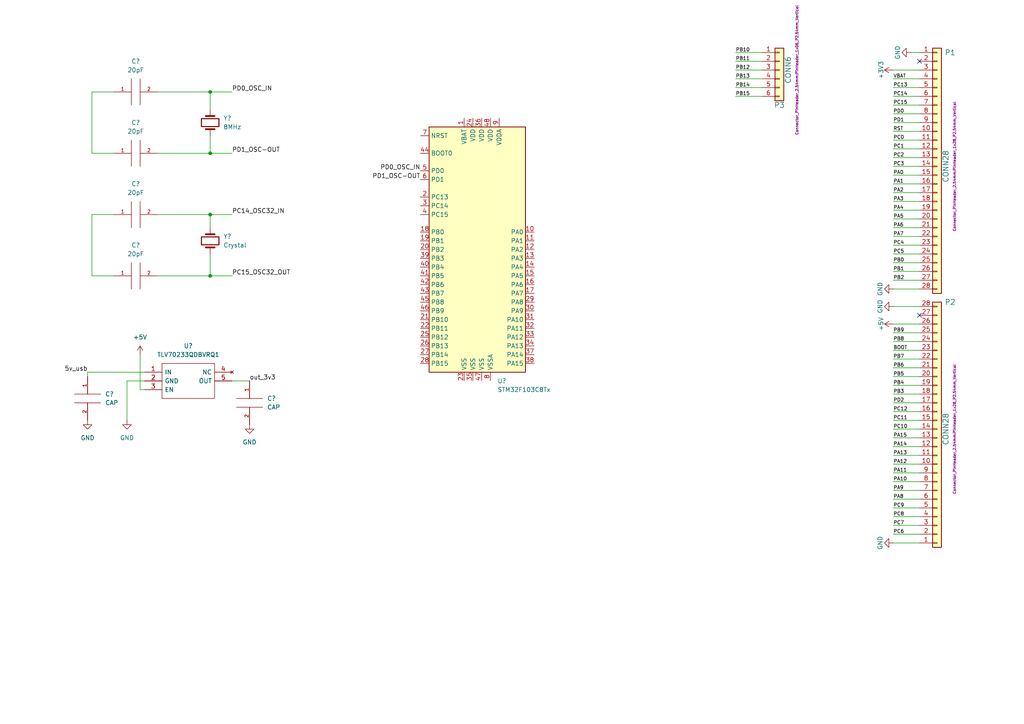
<source format=kicad_sch>
(kicad_sch (version 20211123) (generator eeschema)
  (paper "A4")
  (title_block (title "STM32 Value Line Discovery - Shiled board") (date "20 oct 2012") (rev "1.0"))
  (lib_symbols
    (symbol "Connector_Generic:Conn_01x06" (pin_names (offset 1.016) hide)
      (property "Reference" "J" (at 0 7.62 0))
      (property "Value" "Conn_01x06" (at 0 -10.16 0))
      (symbol "Conn_01x06_1_1"
        (rectangle (start -1.27 -7.493) (end 0 -7.747) (stroke (width 0.1524)))
        (rectangle (start -1.27 -4.953) (end 0 -5.207) (stroke (width 0.1524)))
        (rectangle (start -1.27 -2.413) (end 0 -2.667) (stroke (width 0.1524)))
        (rectangle (start -1.27 0.127) (end 0 -0.127) (stroke (width 0.1524)))
        (rectangle (start -1.27 2.667) (end 0 2.413) (stroke (width 0.1524)))
        (rectangle (start -1.27 5.207) (end 0 4.953) (stroke (width 0.1524)))
        (rectangle (start -1.27 6.35) (end 1.27 -8.89) (stroke (width 0.254)) (fill (type background)))
        (pin passive line (at -5.08 5.08 0) (length 3.81) (name "Pin_1") (number "1"))
        (pin passive line (at -5.08 2.54 0) (length 3.81) (name "Pin_2") (number "2"))
        (pin passive line (at -5.08 0 0) (length 3.81) (name "Pin_3") (number "3"))
        (pin passive line (at -5.08 -2.54 0) (length 3.81) (name "Pin_4") (number "4"))
        (pin passive line (at -5.08 -5.08 0) (length 3.81) (name "Pin_5") (number "5"))
        (pin passive line (at -5.08 -7.62 0) (length 3.81) (name "Pin_6") (number "6"))
      )
    )
    (symbol "Connector_Generic:Conn_01x28" (pin_names (offset 1.016) hide)
      (property "Reference" "J" (at 0 35.56 0))
      (property "Value" "Conn_01x28" (at 0 -38.1 0))
      (symbol "Conn_01x28_1_1"
        (rectangle (start -1.27 -35.433) (end 0 -35.687) (stroke (width 0.1524)))
        (rectangle (start -1.27 -32.893) (end 0 -33.147) (stroke (width 0.1524)))
        (rectangle (start -1.27 -30.353) (end 0 -30.607) (stroke (width 0.1524)))
        (rectangle (start -1.27 -27.813) (end 0 -28.067) (stroke (width 0.1524)))
        (rectangle (start -1.27 -25.273) (end 0 -25.527) (stroke (width 0.1524)))
        (rectangle (start -1.27 -22.733) (end 0 -22.987) (stroke (width 0.1524)))
        (rectangle (start -1.27 -20.193) (end 0 -20.447) (stroke (width 0.1524)))
        (rectangle (start -1.27 -17.653) (end 0 -17.907) (stroke (width 0.1524)))
        (rectangle (start -1.27 -15.113) (end 0 -15.367) (stroke (width 0.1524)))
        (rectangle (start -1.27 -12.573) (end 0 -12.827) (stroke (width 0.1524)))
        (rectangle (start -1.27 -10.033) (end 0 -10.287) (stroke (width 0.1524)))
        (rectangle (start -1.27 -7.493) (end 0 -7.747) (stroke (width 0.1524)))
        (rectangle (start -1.27 -4.953) (end 0 -5.207) (stroke (width 0.1524)))
        (rectangle (start -1.27 -2.413) (end 0 -2.667) (stroke (width 0.1524)))
        (rectangle (start -1.27 0.127) (end 0 -0.127) (stroke (width 0.1524)))
        (rectangle (start -1.27 2.667) (end 0 2.413) (stroke (width 0.1524)))
        (rectangle (start -1.27 5.207) (end 0 4.953) (stroke (width 0.1524)))
        (rectangle (start -1.27 7.747) (end 0 7.493) (stroke (width 0.1524)))
        (rectangle (start -1.27 10.287) (end 0 10.033) (stroke (width 0.1524)))
        (rectangle (start -1.27 12.827) (end 0 12.573) (stroke (width 0.1524)))
        (rectangle (start -1.27 15.367) (end 0 15.113) (stroke (width 0.1524)))
        (rectangle (start -1.27 17.907) (end 0 17.653) (stroke (width 0.1524)))
        (rectangle (start -1.27 20.447) (end 0 20.193) (stroke (width 0.1524)))
        (rectangle (start -1.27 22.987) (end 0 22.733) (stroke (width 0.1524)))
        (rectangle (start -1.27 25.527) (end 0 25.273) (stroke (width 0.1524)))
        (rectangle (start -1.27 28.067) (end 0 27.813) (stroke (width 0.1524)))
        (rectangle (start -1.27 30.607) (end 0 30.353) (stroke (width 0.1524)))
        (rectangle (start -1.27 33.147) (end 0 32.893) (stroke (width 0.1524)))
        (rectangle (start -1.27 34.29) (end 1.27 -36.83) (stroke (width 0.254)) (fill (type background)))
        (pin passive line (at -5.08 33.02 0) (length 3.81) (name "Pin_1") (number "1"))
        (pin passive line (at -5.08 10.16 0) (length 3.81) (name "Pin_10") (number "10"))
        (pin passive line (at -5.08 7.62 0) (length 3.81) (name "Pin_11") (number "11"))
        (pin passive line (at -5.08 5.08 0) (length 3.81) (name "Pin_12") (number "12"))
        (pin passive line (at -5.08 2.54 0) (length 3.81) (name "Pin_13") (number "13"))
        (pin passive line (at -5.08 0 0) (length 3.81) (name "Pin_14") (number "14"))
        (pin passive line (at -5.08 -2.54 0) (length 3.81) (name "Pin_15") (number "15"))
        (pin passive line (at -5.08 -5.08 0) (length 3.81) (name "Pin_16") (number "16"))
        (pin passive line (at -5.08 -7.62 0) (length 3.81) (name "Pin_17") (number "17"))
        (pin passive line (at -5.08 -10.16 0) (length 3.81) (name "Pin_18") (number "18"))
        (pin passive line (at -5.08 -12.7 0) (length 3.81) (name "Pin_19") (number "19"))
        (pin passive line (at -5.08 30.48 0) (length 3.81) (name "Pin_2") (number "2"))
        (pin passive line (at -5.08 -15.24 0) (length 3.81) (name "Pin_20") (number "20"))
        (pin passive line (at -5.08 -17.78 0) (length 3.81) (name "Pin_21") (number "21"))
        (pin passive line (at -5.08 -20.32 0) (length 3.81) (name "Pin_22") (number "22"))
        (pin passive line (at -5.08 -22.86 0) (length 3.81) (name "Pin_23") (number "23"))
        (pin passive line (at -5.08 -25.4 0) (length 3.81) (name "Pin_24") (number "24"))
        (pin passive line (at -5.08 -27.94 0) (length 3.81) (name "Pin_25") (number "25"))
        (pin passive line (at -5.08 -30.48 0) (length 3.81) (name "Pin_26") (number "26"))
        (pin passive line (at -5.08 -33.02 0) (length 3.81) (name "Pin_27") (number "27"))
        (pin passive line (at -5.08 -35.56 0) (length 3.81) (name "Pin_28") (number "28"))
        (pin passive line (at -5.08 27.94 0) (length 3.81) (name "Pin_3") (number "3"))
        (pin passive line (at -5.08 25.4 0) (length 3.81) (name "Pin_4") (number "4"))
        (pin passive line (at -5.08 22.86 0) (length 3.81) (name "Pin_5") (number "5"))
        (pin passive line (at -5.08 20.32 0) (length 3.81) (name "Pin_6") (number "6"))
        (pin passive line (at -5.08 17.78 0) (length 3.81) (name "Pin_7") (number "7"))
        (pin passive line (at -5.08 15.24 0) (length 3.81) (name "Pin_8") (number "8"))
        (pin passive line (at -5.08 12.7 0) (length 3.81) (name "Pin_9") (number "9"))
      )
    )
    (symbol "Device:Crystal" (pin_numbers hide) (pin_names (offset 1.016) hide)
      (property "Reference" "Y" (at 0 3.81 0))
      (property "Value" "Crystal" (at 0 -3.81 0))
      (symbol "Crystal_0_1"
        (rectangle (start -1.143 2.54) (end 1.143 -2.54) (stroke (width 0.3048)))
        (polyline (pts (xy -2.54 0) (xy -1.905 0)))
        (polyline (pts (xy -1.905 -1.27) (xy -1.905 1.27)) (stroke (width 0.508)))
        (polyline (pts (xy 1.905 -1.27) (xy 1.905 1.27)) (stroke (width 0.508)))
        (polyline (pts (xy 2.54 0) (xy 1.905 0)))
      )
      (symbol "Crystal_1_1"
        (pin passive line (at -3.81 0 0) (length 1.27) (name "1") (number "1"))
        (pin passive line (at 3.81 0 180) (length 1.27) (name "2") (number "2"))
      )
    )
    (symbol "MCU_ST_STM32F1:STM32F103C8Tx"
      (property "Reference" "U" (at -15.24 36.83 0))
      (property "Value" "STM32F103C8Tx" (at 7.62 36.83 0))
      (symbol "STM32F103C8Tx_0_1"
        (rectangle (start -15.24 -35.56) (end 12.7 35.56) (stroke (width 0.254)) (fill (type background)))
      )
      (symbol "STM32F103C8Tx_1_1"
        (pin power_in line (at -5.08 38.1 270) (length 2.54) (name "VBAT") (number "1"))
        (pin bidirectional line (at 15.24 5.08 180) (length 2.54) (name "PA0") (number "10"))
        (pin bidirectional line (at 15.24 2.54 180) (length 2.54) (name "PA1") (number "11"))
        (pin bidirectional line (at 15.24 0 180) (length 2.54) (name "PA2") (number "12"))
        (pin bidirectional line (at 15.24 -2.54 180) (length 2.54) (name "PA3") (number "13"))
        (pin bidirectional line (at 15.24 -5.08 180) (length 2.54) (name "PA4") (number "14"))
        (pin bidirectional line (at 15.24 -7.62 180) (length 2.54) (name "PA5") (number "15"))
        (pin bidirectional line (at 15.24 -10.16 180) (length 2.54) (name "PA6") (number "16"))
        (pin bidirectional line (at 15.24 -12.7 180) (length 2.54) (name "PA7") (number "17"))
        (pin bidirectional line (at -17.78 5.08 0) (length 2.54) (name "PB0") (number "18"))
        (pin bidirectional line (at -17.78 2.54 0) (length 2.54) (name "PB1") (number "19"))
        (pin bidirectional line (at -17.78 15.24 0) (length 2.54) (name "PC13") (number "2"))
        (pin bidirectional line (at -17.78 0 0) (length 2.54) (name "PB2") (number "20"))
        (pin bidirectional line (at -17.78 -20.32 0) (length 2.54) (name "PB10") (number "21"))
        (pin bidirectional line (at -17.78 -22.86 0) (length 2.54) (name "PB11") (number "22"))
        (pin power_in line (at -5.08 -38.1 90) (length 2.54) (name "VSS") (number "23"))
        (pin power_in line (at -2.54 38.1 270) (length 2.54) (name "VDD") (number "24"))
        (pin bidirectional line (at -17.78 -25.4 0) (length 2.54) (name "PB12") (number "25"))
        (pin bidirectional line (at -17.78 -27.94 0) (length 2.54) (name "PB13") (number "26"))
        (pin bidirectional line (at -17.78 -30.48 0) (length 2.54) (name "PB14") (number "27"))
        (pin bidirectional line (at -17.78 -33.02 0) (length 2.54) (name "PB15") (number "28"))
        (pin bidirectional line (at 15.24 -15.24 180) (length 2.54) (name "PA8") (number "29"))
        (pin bidirectional line (at -17.78 12.7 0) (length 2.54) (name "PC14") (number "3"))
        (pin bidirectional line (at 15.24 -17.78 180) (length 2.54) (name "PA9") (number "30"))
        (pin bidirectional line (at 15.24 -20.32 180) (length 2.54) (name "PA10") (number "31"))
        (pin bidirectional line (at 15.24 -22.86 180) (length 2.54) (name "PA11") (number "32"))
        (pin bidirectional line (at 15.24 -25.4 180) (length 2.54) (name "PA12") (number "33"))
        (pin bidirectional line (at 15.24 -27.94 180) (length 2.54) (name "PA13") (number "34"))
        (pin power_in line (at -2.54 -38.1 90) (length 2.54) (name "VSS") (number "35"))
        (pin power_in line (at 0 38.1 270) (length 2.54) (name "VDD") (number "36"))
        (pin bidirectional line (at 15.24 -30.48 180) (length 2.54) (name "PA14") (number "37"))
        (pin bidirectional line (at 15.24 -33.02 180) (length 2.54) (name "PA15") (number "38"))
        (pin bidirectional line (at -17.78 -2.54 0) (length 2.54) (name "PB3") (number "39"))
        (pin bidirectional line (at -17.78 10.16 0) (length 2.54) (name "PC15") (number "4"))
        (pin bidirectional line (at -17.78 -5.08 0) (length 2.54) (name "PB4") (number "40"))
        (pin bidirectional line (at -17.78 -7.62 0) (length 2.54) (name "PB5") (number "41"))
        (pin bidirectional line (at -17.78 -10.16 0) (length 2.54) (name "PB6") (number "42"))
        (pin bidirectional line (at -17.78 -12.7 0) (length 2.54) (name "PB7") (number "43"))
        (pin input line (at -17.78 27.94 0) (length 2.54) (name "BOOT0") (number "44"))
        (pin bidirectional line (at -17.78 -15.24 0) (length 2.54) (name "PB8") (number "45"))
        (pin bidirectional line (at -17.78 -17.78 0) (length 2.54) (name "PB9") (number "46"))
        (pin power_in line (at 0 -38.1 90) (length 2.54) (name "VSS") (number "47"))
        (pin power_in line (at 2.54 38.1 270) (length 2.54) (name "VDD") (number "48"))
        (pin input line (at -17.78 22.86 0) (length 2.54) (name "PD0") (number "5"))
        (pin input line (at -17.78 20.32 0) (length 2.54) (name "PD1") (number "6"))
        (pin input line (at -17.78 33.02 0) (length 2.54) (name "NRST") (number "7"))
        (pin power_in line (at 2.54 -38.1 90) (length 2.54) (name "VSSA") (number "8"))
        (pin power_in line (at 5.08 38.1 270) (length 2.54) (name "VDDA") (number "9"))
      )
    )
    (symbol "TLV70233QDBVRQ1:TLV70233QDBVRQ1" (pin_names (offset 0.762))
      (property "Reference" "U" (at 21.59 7.62 0))
      (property "Value" "TLV70233QDBVRQ1" (at 21.59 5.08 0))
      (symbol "TLV70233QDBVRQ1_0_0"
        (pin passive line (at 0 0 0) (length 5.08) (name "IN") (number "1"))
        (pin passive line (at 0 -2.54 0) (length 5.08) (name "GND") (number "2"))
        (pin passive line (at 0 -5.08 0) (length 5.08) (name "EN") (number "3"))
        (pin no_connect line (at 25.4 0 180) (length 5.08) (name "NC") (number "4"))
        (pin passive line (at 25.4 -2.54 180) (length 5.08) (name "OUT") (number "5"))
      )
      (symbol "TLV70233QDBVRQ1_0_1"
        (polyline (pts (xy 5.08 2.54) (xy 20.32 2.54) (xy 20.32 -7.62) (xy 5.08 -7.62) (xy 5.08 2.54)) (stroke (width 0.1524)))
      )
    )
    (symbol "power:+3.3V" (power) (pin_names (offset 0))
      (property "Value" "+3.3V" (at 0 3.556 0))
      (symbol "+3.3V_0_1"
        (polyline (pts (xy -0.762 1.27) (xy 0 2.54)))
        (polyline (pts (xy 0 0) (xy 0 2.54)))
        (polyline (pts (xy 0 2.54) (xy 0.762 1.27)))
      )
      (symbol "+3.3V_1_1"
        (pin power_in line (at 0 0 90) (length 0) hide (name "+3V3") (number "1"))
      )
    )
    (symbol "power:+5V" (power) (pin_names (offset 0))
      (property "Value" "+5V" (at 0 3.556 0))
      (symbol "+5V_0_1"
        (polyline (pts (xy -0.762 1.27) (xy 0 2.54)))
        (polyline (pts (xy 0 0) (xy 0 2.54)))
        (polyline (pts (xy 0 2.54) (xy 0.762 1.27)))
      )
      (symbol "+5V_1_1"
        (pin power_in line (at 0 0 90) (length 0) hide (name "+5V") (number "1"))
      )
    )
    (symbol "power:GND" (power) (pin_names (offset 0))
      (property "Value" "GND" (at 0 -3.81 0))
      (symbol "GND_0_1"
        (polyline (pts (xy 0 0) (xy 0 -1.27) (xy 1.27 -1.27) (xy 0 -2.54) (xy -1.27 -1.27) (xy 0 -1.27)))
      )
      (symbol "GND_1_1"
        (pin power_in line (at 0 0 270) (length 0) hide (name "GND") (number "1"))
      )
    )
    (symbol "pspice:CAP" (pin_names (offset 0.254))
      (property "Reference" "C" (at 2.54 3.81 90))
      (property "Value" "CAP" (at 2.54 -3.81 90))
      (symbol "CAP_0_1"
        (polyline (pts (xy -3.81 -1.27) (xy 3.81 -1.27)))
        (polyline (pts (xy -3.81 1.27) (xy 3.81 1.27)))
      )
      (symbol "CAP_1_1"
        (pin passive line (at 0 6.35 270) (length 5.08) (name "~") (number "1"))
        (pin passive line (at 0 -6.35 90) (length 5.08) (name "~") (number "2"))
      )
    )
  )
  (junction (at 60.96 80.01))
  (junction (at 60.96 44.45))
  (junction (at 60.96 62.23))
  (junction (at 60.96 26.67))
  (no_connect (at 266.7 91.44))
  (no_connect (at 266.7 17.78))
  (wire (pts (xy 40.64 102.87) (xy 40.64 113.03)))
  (wire (pts (xy 266.7 93.98) (xy 259.08 93.98)))
  (wire (pts (xy 266.7 149.86) (xy 259.08 149.86)))
  (wire (pts (xy 266.7 106.68) (xy 259.08 106.68)))
  (wire (pts (xy 266.7 63.5) (xy 259.08 63.5)))
  (wire (pts (xy 266.7 40.64) (xy 259.08 40.64)))
  (wire (pts (xy 266.7 137.16) (xy 259.08 137.16)))
  (wire (pts (xy 220.98 25.4) (xy 213.36 25.4)))
  (wire (pts (xy 60.96 80.01) (xy 67.31 80.01)))
  (wire (pts (xy 266.7 99.06) (xy 259.08 99.06)))
  (wire (pts (xy 266.7 78.74) (xy 259.08 78.74)))
  (wire (pts (xy 266.7 20.32) (xy 259.08 20.32)))
  (wire (pts (xy 266.7 48.26) (xy 259.08 48.26)))
  (wire (pts (xy 266.7 66.04) (xy 259.08 66.04)))
  (wire (pts (xy 266.7 27.94) (xy 259.08 27.94)))
  (wire (pts (xy 26.67 44.45) (xy 33.02 44.45)))
  (wire (pts (xy 266.7 71.12) (xy 259.08 71.12)))
  (wire (pts (xy 45.72 62.23) (xy 60.96 62.23)))
  (wire (pts (xy 266.7 157.48) (xy 259.08 157.48)))
  (wire (pts (xy 220.98 27.94) (xy 213.36 27.94)))
  (wire (pts (xy 266.7 58.42) (xy 259.08 58.42)))
  (wire (pts (xy 266.7 43.18) (xy 259.08 43.18)))
  (wire (pts (xy 220.98 15.24) (xy 213.36 15.24)))
  (wire (pts (xy 266.7 132.08) (xy 259.08 132.08)))
  (wire (pts (xy 266.7 114.3) (xy 259.08 114.3)))
  (wire (pts (xy 266.7 124.46) (xy 259.08 124.46)))
  (wire (pts (xy 266.7 104.14) (xy 259.08 104.14)))
  (wire (pts (xy 266.7 116.84) (xy 259.08 116.84)))
  (wire (pts (xy 266.7 83.82) (xy 259.08 83.82)))
  (wire (pts (xy 266.7 25.4) (xy 259.08 25.4)))
  (wire (pts (xy 266.7 15.24) (xy 264.16 15.24)))
  (wire (pts (xy 60.96 44.45) (xy 67.31 44.45)))
  (wire (pts (xy 25.4 107.95) (xy 25.4 109.22)))
  (wire (pts (xy 266.7 35.56) (xy 259.08 35.56)))
  (wire (pts (xy 220.98 17.78) (xy 213.36 17.78)))
  (wire (pts (xy 266.7 81.28) (xy 259.08 81.28)))
  (wire (pts (xy 41.91 113.03) (xy 40.64 113.03)))
  (wire (pts (xy 45.72 44.45) (xy 60.96 44.45)))
  (wire (pts (xy 41.91 110.49) (xy 36.83 110.49)))
  (wire (pts (xy 26.67 80.01) (xy 26.67 62.23)))
  (wire (pts (xy 266.7 45.72) (xy 259.08 45.72)))
  (wire (pts (xy 266.7 33.02) (xy 259.08 33.02)))
  (wire (pts (xy 266.7 134.62) (xy 259.08 134.62)))
  (wire (pts (xy 60.96 39.37) (xy 60.96 44.45)))
  (wire (pts (xy 266.7 68.58) (xy 259.08 68.58)))
  (wire (pts (xy 266.7 73.66) (xy 259.08 73.66)))
  (wire (pts (xy 33.02 80.01) (xy 26.67 80.01)))
  (wire (pts (xy 266.7 142.24) (xy 259.08 142.24)))
  (wire (pts (xy 26.67 62.23) (xy 33.02 62.23)))
  (wire (pts (xy 266.7 144.78) (xy 259.08 144.78)))
  (wire (pts (xy 266.7 152.4) (xy 259.08 152.4)))
  (wire (pts (xy 266.7 30.48) (xy 259.08 30.48)))
  (wire (pts (xy 266.7 109.22) (xy 259.08 109.22)))
  (wire (pts (xy 266.7 88.9) (xy 259.08 88.9)))
  (wire (pts (xy 266.7 76.2) (xy 259.08 76.2)))
  (wire (pts (xy 266.7 60.96) (xy 259.08 60.96)))
  (wire (pts (xy 220.98 22.86) (xy 213.36 22.86)))
  (wire (pts (xy 266.7 96.52) (xy 259.08 96.52)))
  (wire (pts (xy 45.72 80.01) (xy 60.96 80.01)))
  (wire (pts (xy 41.91 107.95) (xy 25.4 107.95)))
  (wire (pts (xy 26.67 26.67) (xy 26.67 44.45)))
  (wire (pts (xy 266.7 53.34) (xy 259.08 53.34)))
  (wire (pts (xy 266.7 50.8) (xy 259.08 50.8)))
  (wire (pts (xy 266.7 127) (xy 259.08 127)))
  (wire (pts (xy 266.7 22.86) (xy 259.08 22.86)))
  (wire (pts (xy 266.7 147.32) (xy 259.08 147.32)))
  (wire (pts (xy 60.96 26.67) (xy 60.96 31.75)))
  (wire (pts (xy 60.96 26.67) (xy 67.31 26.67)))
  (wire (pts (xy 60.96 62.23) (xy 67.31 62.23)))
  (wire (pts (xy 266.7 154.94) (xy 259.08 154.94)))
  (wire (pts (xy 266.7 119.38) (xy 259.08 119.38)))
  (wire (pts (xy 60.96 62.23) (xy 60.96 66.04)))
  (wire (pts (xy 45.72 26.67) (xy 60.96 26.67)))
  (wire (pts (xy 266.7 121.92) (xy 259.08 121.92)))
  (wire (pts (xy 33.02 26.67) (xy 26.67 26.67)))
  (wire (pts (xy 266.7 38.1) (xy 259.08 38.1)))
  (wire (pts (xy 266.7 55.88) (xy 259.08 55.88)))
  (wire (pts (xy 266.7 111.76) (xy 259.08 111.76)))
  (wire (pts (xy 67.31 110.49) (xy 72.39 110.49)))
  (wire (pts (xy 266.7 101.6) (xy 259.08 101.6)))
  (wire (pts (xy 266.7 129.54) (xy 259.08 129.54)))
  (wire (pts (xy 60.96 73.66) (xy 60.96 80.01)))
  (wire (pts (xy 220.98 20.32) (xy 213.36 20.32)))
  (wire (pts (xy 36.83 110.49) (xy 36.83 121.92)))
  (wire (pts (xy 266.7 139.7) (xy 259.08 139.7)))
  (label "PB8" (at 259.08 99.06 0) (effects (font (size 1.016 1.016))))
  (label "PA7" (at 259.08 68.58 0) (effects (font (size 1.016 1.016))))
  (label "PB9" (at 259.08 96.52 0) (effects (font (size 1.016 1.016))))
  (label "PA6" (at 259.08 66.04 0) (effects (font (size 1.016 1.016))))
  (label "PB5" (at 259.08 109.22 0) (effects (font (size 1.016 1.016))))
  (label "PC1" (at 259.08 43.18 0) (effects (font (size 1.016 1.016))))
  (label "PA13" (at 259.08 132.08 0) (effects (font (size 1.016 1.016))))
  (label "PA10" (at 259.08 139.7 0) (effects (font (size 1.016 1.016))))
  (label "PB1" (at 259.08 78.74 0) (effects (font (size 1.016 1.016))))
  (label "PA9" (at 259.08 142.24 0) (effects (font (size 1.016 1.016))))
  (label "PD1_OSC-OUT" (at 67.31 44.45 0))
  (label "PB6" (at 259.08 106.68 0) (effects (font (size 1.016 1.016))))
  (label "PC9" (at 259.08 147.32 0) (effects (font (size 1.016 1.016))))
  (label "PA15" (at 259.08 127 0) (effects (font (size 1.016 1.016))))
  (label "PB10" (at 213.36 15.24 0) (effects (font (size 1.016 1.016))))
  (label "PC13" (at 259.08 25.4 0) (effects (font (size 1.016 1.016))))
  (label "PD0_OSC_IN" (at 67.31 26.67 0))
  (label "PB15" (at 213.36 27.94 0) (effects (font (size 1.016 1.016))))
  (label "out_3v3" (at 72.39 110.49 0))
  (label "PA0" (at 259.08 50.8 0) (effects (font (size 1.016 1.016))))
  (label "PD0" (at 259.08 33.02 0) (effects (font (size 1.016 1.016))))
  (label "RST" (at 259.08 38.1 0) (effects (font (size 1.016 1.016))))
  (label "PA14" (at 259.08 129.54 0) (effects (font (size 1.016 1.016))))
  (label "PB11" (at 213.36 17.78 0) (effects (font (size 1.016 1.016))))
  (label "PB3" (at 259.08 114.3 0) (effects (font (size 1.016 1.016))))
  (label "PA8" (at 259.08 144.78 0) (effects (font (size 1.016 1.016))))
  (label "PA12" (at 259.08 134.62 0) (effects (font (size 1.016 1.016))))
  (label "PC10" (at 259.08 124.46 0) (effects (font (size 1.016 1.016))))
  (label "PC11" (at 259.08 121.92 0) (effects (font (size 1.016 1.016))))
  (label "PC6" (at 259.08 154.94 0) (effects (font (size 1.016 1.016))))
  (label "PC14" (at 259.08 27.94 0) (effects (font (size 1.016 1.016))))
  (label "PA3" (at 259.08 58.42 0) (effects (font (size 1.016 1.016))))
  (label "PD2" (at 259.08 116.84 0) (effects (font (size 1.016 1.016))))
  (label "PD1" (at 259.08 35.56 0) (effects (font (size 1.016 1.016))))
  (label "PC7" (at 259.08 152.4 0) (effects (font (size 1.016 1.016))))
  (label "PB12" (at 213.36 20.32 0) (effects (font (size 1.016 1.016))))
  (label "PB14" (at 213.36 25.4 0) (effects (font (size 1.016 1.016))))
  (label "PD0_OSC_IN" (at 121.92 49.53 180))
  (label "PC12" (at 259.08 119.38 0) (effects (font (size 1.016 1.016))))
  (label "PD1_OSC-OUT" (at 121.92 52.07 180))
  (label "PB2" (at 259.08 81.28 0) (effects (font (size 1.016 1.016))))
  (label "PC15" (at 259.08 30.48 0) (effects (font (size 1.016 1.016))))
  (label "PA5" (at 259.08 63.5 0) (effects (font (size 1.016 1.016))))
  (label "PA11" (at 259.08 137.16 0) (effects (font (size 1.016 1.016))))
  (label "VBAT" (at 259.08 22.86 0) (effects (font (size 1.016 1.016))))
  (label "PC2" (at 259.08 45.72 0) (effects (font (size 1.016 1.016))))
  (label "PC14_OSC32_IN" (at 67.31 62.23 0))
  (label "PC15_OSC32_OUT" (at 67.31 80.01 0))
  (label "PB4" (at 259.08 111.76 0) (effects (font (size 1.016 1.016))))
  (label "PC3" (at 259.08 48.26 0) (effects (font (size 1.016 1.016))))
  (label "PB13" (at 213.36 22.86 0) (effects (font (size 1.016 1.016))))
  (label "PC4" (at 259.08 71.12 0) (effects (font (size 1.016 1.016))))
  (label "PC8" (at 259.08 149.86 0) (effects (font (size 1.016 1.016))))
  (label "BOOT" (at 259.08 101.6 0) (effects (font (size 1.016 1.016))))
  (label "PA4" (at 259.08 60.96 0) (effects (font (size 1.016 1.016))))
  (label "PA1" (at 259.08 53.34 0) (effects (font (size 1.016 1.016))))
  (label "PB7" (at 259.08 104.14 0) (effects (font (size 1.016 1.016))))
  (label "PA2" (at 259.08 55.88 0) (effects (font (size 1.016 1.016))))
  (label "5v_usb" (at 25.4 107.95 180))
  (label "PC5" (at 259.08 73.66 0) (effects (font (size 1.016 1.016))))
  (label "PC0" (at 259.08 40.64 0) (effects (font (size 1.016 1.016))))
  (label "PB0" (at 259.08 76.2 0) (effects (font (size 1.016 1.016))))
  (symbol (lib_id "Connector_Generic:Conn_01x28") (at 271.78 48.26 0) (unit 1)
    (property "Reference" "P1" (at 275.59 15.24 0) (effects (font (size 1.524 1.524))))
    (property "Value" "CONN28" (at 274.32 48.26 90) (effects (font (size 1.524 1.524))))
    (property "Footprint" "Connector_PinHeader_2.54mm:PinHeader_1x28_P2.54mm_Vertical" (at 276.86 48.26 90) (effects (font (size 0.762 0.762))))
  )
  (symbol (lib_id "Connector_Generic:Conn_01x28") (at 271.78 124.46 0) (mirror x) (unit 1)
    (property "Reference" "P2" (at 275.59 87.63 0) (effects (font (size 1.524 1.524))))
    (property "Value" "CONN28" (at 274.32 124.46 90) (effects (font (size 1.524 1.524))))
    (property "Footprint" "Connector_PinHeader_2.54mm:PinHeader_1x28_P2.54mm_Vertical" (at 276.86 124.46 90) (effects (font (size 0.762 0.762))))
  )
  (symbol (lib_id "Connector_Generic:Conn_01x06") (at 226.06 20.32 0) (unit 1)
    (property "Reference" "P3" (at 226.06 30.48 0) (effects (font (size 1.524 1.524))))
    (property "Value" "CONN6" (at 228.6 20.32 90) (effects (font (size 1.524 1.524))))
    (property "Footprint" "Connector_PinHeader_2.54mm:PinHeader_1x06_P2.54mm_Vertical" (at 231.14 20.32 90) (effects (font (size 0.762 0.762))))
  )
  (symbol (lib_id "power:GND") (at 264.16 15.24 270) (unit 1)
    (property "Reference" "#PWR01" (effects hide))
    (property "Value" "GND" (at 260.35 15.24 0))
  )
  (symbol (lib_id "power:GND") (at 259.08 83.82 270) (unit 1)
    (property "Reference" "#PWR02" (effects hide))
    (property "Value" "GND" (at 255.27 83.82 0))
  )
  (symbol (lib_id "power:GND") (at 259.08 88.9 270) (unit 1)
    (property "Reference" "#PWR03" (effects hide))
    (property "Value" "GND" (at 255.27 88.9 0))
  )
  (symbol (lib_id "power:GND") (at 259.08 157.48 270) (unit 1)
    (property "Reference" "#PWR04" (effects hide))
    (property "Value" "GND" (at 255.27 157.48 0))
  )
  (symbol (lib_id "power:+3.3V") (at 259.08 20.32 90) (unit 1)
    (property "Reference" "#PWR05" (effects hide))
    (property "Value" "+3.3V" (at 255.524 20.32 0))
  )
  (symbol (lib_id "power:+5V") (at 259.08 93.98 90) (unit 1)
    (property "Reference" "#PWR06" (effects hide))
    (property "Value" "+5V" (at 255.524 93.98 0))
  )
  (symbol (lib_id "power:GND") (at 72.39 123.19 0) (unit 1)
    (property "Reference" "#PWR?" (effects hide))
    (property "Value" "GND" (at 72.39 128.27 0))
  )
  (symbol (lib_id "pspice:CAP") (at 25.4 115.57 0) (unit 1)
    (property "Reference" "C?" (at 30.48 114.2999 0) (effects (justify left)))
    (property "Value" "CAP" (at 30.48 116.8399 0) (effects (justify left)))
  )
  (symbol (lib_id "Device:Crystal") (at 60.96 35.56 90) (unit 1)
    (property "Reference" "Y?" (at 64.77 34.2899 90) (effects (justify right)))
    (property "Value" "8MHz" (at 64.77 36.8299 90) (effects (justify right)))
  )
  (symbol (lib_id "power:GND") (at 36.83 121.92 0) (unit 1)
    (property "Reference" "#PWR?" (effects hide))
    (property "Value" "GND" (at 36.83 127 0))
  )
  (symbol (lib_id "power:+5V") (at 40.64 102.87 0) (unit 1)
    (property "Reference" "#PWR?" (effects hide))
    (property "Value" "+5V" (at 40.64 97.79 0))
  )
  (symbol (lib_id "MCU_ST_STM32F1:STM32F103C8Tx") (at 139.7 72.39 0) (unit 1)
    (property "Reference" "U?" (at 144.2594 110.49 0) (effects (justify left)))
    (property "Value" "STM32F103C8Tx" (at 144.2594 113.03 0) (effects (justify left)))
    (property "Footprint" "Package_QFP:LQFP-48_7x7mm_P0.5mm" (effects hide))
    (property "Datasheet" "http://www.st.com/st-web-ui/static/active/en/resource/technical/document/datasheet/CD00161566.pdf" (effects hide))
  )
  (symbol (lib_id "TLV70233QDBVRQ1:TLV70233QDBVRQ1") (at 41.91 107.95 0) (unit 1)
    (property "Reference" "U?" (at 54.61 100.33 0))
    (property "Value" "TLV70233QDBVRQ1" (at 54.61 102.87 0))
    (property "Footprint" "SOT95P280X145-5N" (effects hide))
    (property "Datasheet" "http://www.ti.com/lit/gpn/tlv702-q1" (effects hide))
    (property "Description" "Automotive 300mA Low-Iq Low-Dropout (LDO) Regulator for Portables" (effects hide))
    (property "Height" "1.45" (effects hide))
    (property "Manufacturer_Name" "Texas Instruments" (effects hide))
    (property "Manufacturer_Part_Number" "TLV70233QDBVRQ1" (effects hide))
    (property "Mouser Part Number" "595-TLV70233QDBVRQ1" (effects hide))
    (property "Mouser Price/Stock" "https://www.mouser.co.uk/ProductDetail/Texas-Instruments/TLV70233QDBVRQ1?qs=W0yvOO0ixfEs6837Pr9aXg%3D%3D" (effects hide))
    (property "Arrow Part Number" "TLV70233QDBVRQ1" (effects hide))
    (property "Arrow Price/Stock" "https://www.arrow.com/en/products/tlv70233qdbvrq1/texas-instruments?region=nac" (effects hide))
  )
  (symbol (lib_id "pspice:CAP") (at 39.37 62.23 90) (unit 1)
    (property "Reference" "C?" (at 39.37 53.34 90))
    (property "Value" "20pF" (at 39.37 55.88 90))
  )
  (symbol (lib_id "power:GND") (at 25.4 121.92 0) (unit 1)
    (property "Reference" "#PWR?" (effects hide))
    (property "Value" "GND" (at 25.4 127 0))
  )
  (symbol (lib_id "Device:Crystal") (at 60.96 69.85 90) (unit 1)
    (property "Reference" "Y?" (at 64.77 68.5799 90) (effects (justify right)))
    (property "Value" "Crystal" (at 64.77 71.1199 90) (effects (justify right)))
  )
  (symbol (lib_id "pspice:CAP") (at 39.37 80.01 90) (unit 1)
    (property "Reference" "C?" (at 39.37 71.12 90))
    (property "Value" "20pF" (at 39.37 73.66 90))
  )
  (symbol (lib_id "pspice:CAP") (at 39.37 44.45 90) (unit 1)
    (property "Reference" "C?" (at 39.37 35.56 90))
    (property "Value" "20pF" (at 39.37 38.1 90))
  )
  (symbol (lib_id "pspice:CAP") (at 72.39 116.84 0) (unit 1)
    (property "Reference" "C?" (at 77.47 115.5699 0) (effects (justify left)))
    (property "Value" "CAP" (at 77.47 118.1099 0) (effects (justify left)))
  )
  (symbol (lib_id "pspice:CAP") (at 39.37 26.67 90) (unit 1)
    (property "Reference" "C?" (at 39.37 17.78 90))
    (property "Value" "20pF" (at 39.37 20.32 90))
  )
)
</source>
